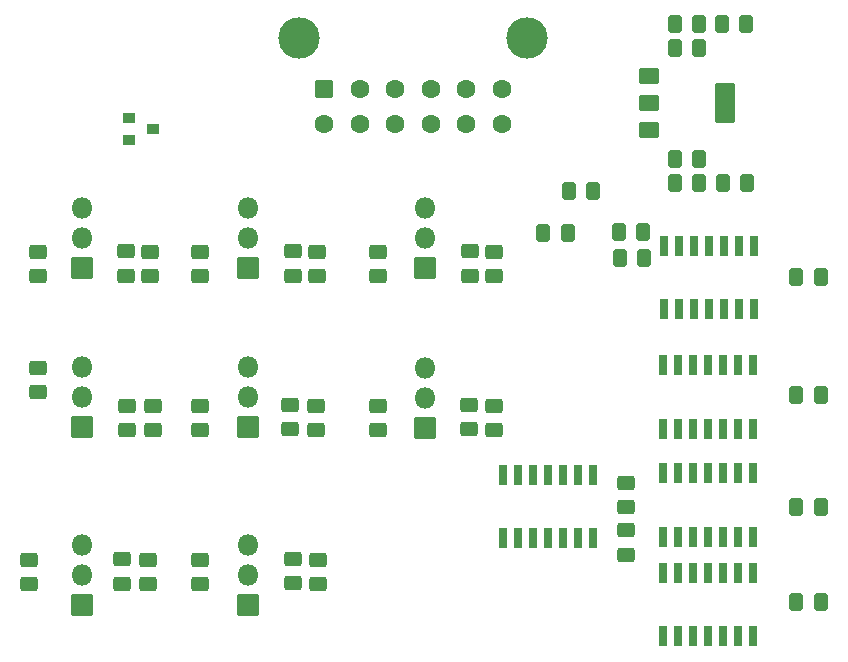
<source format=gts>
G04 #@! TF.GenerationSoftware,KiCad,Pcbnew,(6.0.2)*
G04 #@! TF.CreationDate,2022-05-01T22:12:54+09:30*
G04 #@! TF.ProjectId,BSPD,42535044-2e6b-4696-9361-645f70636258,4*
G04 #@! TF.SameCoordinates,Original*
G04 #@! TF.FileFunction,Soldermask,Top*
G04 #@! TF.FilePolarity,Negative*
%FSLAX46Y46*%
G04 Gerber Fmt 4.6, Leading zero omitted, Abs format (unit mm)*
G04 Created by KiCad (PCBNEW (6.0.2)) date 2022-05-01 22:12:54*
%MOMM*%
%LPD*%
G01*
G04 APERTURE LIST*
G04 Aperture macros list*
%AMRoundRect*
0 Rectangle with rounded corners*
0 $1 Rounding radius*
0 $2 $3 $4 $5 $6 $7 $8 $9 X,Y pos of 4 corners*
0 Add a 4 corners polygon primitive as box body*
4,1,4,$2,$3,$4,$5,$6,$7,$8,$9,$2,$3,0*
0 Add four circle primitives for the rounded corners*
1,1,$1+$1,$2,$3*
1,1,$1+$1,$4,$5*
1,1,$1+$1,$6,$7*
1,1,$1+$1,$8,$9*
0 Add four rect primitives between the rounded corners*
20,1,$1+$1,$2,$3,$4,$5,0*
20,1,$1+$1,$4,$5,$6,$7,0*
20,1,$1+$1,$6,$7,$8,$9,0*
20,1,$1+$1,$8,$9,$2,$3,0*%
G04 Aperture macros list end*
%ADD10RoundRect,0.300550X-0.325450X-0.450450X0.325450X-0.450450X0.325450X0.450450X-0.325450X0.450450X0*%
%ADD11RoundRect,0.301000X-0.325000X-0.450000X0.325000X-0.450000X0.325000X0.450000X-0.325000X0.450000X0*%
%ADD12RoundRect,0.300550X0.450450X-0.325450X0.450450X0.325450X-0.450450X0.325450X-0.450450X-0.325450X0*%
%ADD13RoundRect,0.301000X0.450000X-0.325000X0.450000X0.325000X-0.450000X0.325000X-0.450000X-0.325000X0*%
%ADD14RoundRect,0.051000X0.450000X-0.400000X0.450000X0.400000X-0.450000X0.400000X-0.450000X-0.400000X0*%
%ADD15RoundRect,0.301000X-0.450000X0.325000X-0.450000X-0.325000X0.450000X-0.325000X0.450000X0.325000X0*%
%ADD16RoundRect,0.051000X0.800000X-0.600000X0.800000X0.600000X-0.800000X0.600000X-0.800000X-0.600000X0*%
%ADD17RoundRect,0.051000X-0.800000X-1.650000X0.800000X-1.650000X0.800000X1.650000X-0.800000X1.650000X0*%
%ADD18RoundRect,0.051000X0.300000X0.775000X-0.300000X0.775000X-0.300000X-0.775000X0.300000X-0.775000X0*%
%ADD19RoundRect,0.301000X0.325000X0.450000X-0.325000X0.450000X-0.325000X-0.450000X0.325000X-0.450000X0*%
%ADD20RoundRect,0.051000X0.850000X0.850000X-0.850000X0.850000X-0.850000X-0.850000X0.850000X-0.850000X0*%
%ADD21O,1.802000X1.802000*%
%ADD22RoundRect,0.301001X-0.499999X-0.499999X0.499999X-0.499999X0.499999X0.499999X-0.499999X0.499999X0*%
%ADD23C,1.602000*%
%ADD24C,3.512000*%
G04 APERTURE END LIST*
D10*
X169475000Y-107500000D03*
D11*
X171525000Y-107500000D03*
D10*
X169475000Y-90000000D03*
D11*
X171525000Y-90000000D03*
D10*
X169475000Y-99500000D03*
D11*
X171525000Y-99500000D03*
D10*
X169475000Y-80000000D03*
D11*
X171525000Y-80000000D03*
D10*
X159175000Y-60600000D03*
D11*
X161225000Y-60600000D03*
D10*
X159175000Y-70000000D03*
D11*
X161225000Y-70000000D03*
D12*
X155000000Y-99525000D03*
D13*
X155000000Y-97475000D03*
D14*
X113000000Y-66550000D03*
X113000000Y-68450000D03*
X115000000Y-67500000D03*
D13*
X155000000Y-103525000D03*
X155000000Y-101475000D03*
D15*
X104500000Y-103950000D03*
X104500000Y-106000000D03*
X119000000Y-90900000D03*
X119000000Y-92950000D03*
D13*
X119000000Y-106025000D03*
X119000000Y-103975000D03*
D15*
X105250000Y-87725000D03*
X105250000Y-89775000D03*
X119000000Y-77900000D03*
X119000000Y-79950000D03*
X134000000Y-77900000D03*
X134000000Y-79950000D03*
D16*
X157000000Y-63000000D03*
D17*
X163400000Y-65300000D03*
D16*
X157000000Y-65300000D03*
X157000000Y-67600000D03*
D18*
X165810000Y-87500000D03*
X164540000Y-87500000D03*
X163270000Y-87500000D03*
X162000000Y-87500000D03*
X160730000Y-87500000D03*
X159460000Y-87500000D03*
X158190000Y-87500000D03*
X158190000Y-92900000D03*
X159460000Y-92900000D03*
X160730000Y-92900000D03*
X162000000Y-92900000D03*
X163270000Y-92900000D03*
X164540000Y-92900000D03*
X165810000Y-92900000D03*
X165810000Y-96600000D03*
X164540000Y-96600000D03*
X163270000Y-96600000D03*
X162000000Y-96600000D03*
X160730000Y-96600000D03*
X159460000Y-96600000D03*
X158190000Y-96600000D03*
X158190000Y-102000000D03*
X159460000Y-102000000D03*
X160730000Y-102000000D03*
X162000000Y-102000000D03*
X163270000Y-102000000D03*
X164540000Y-102000000D03*
X165810000Y-102000000D03*
X165810000Y-105050000D03*
X164540000Y-105050000D03*
X163270000Y-105050000D03*
X162000000Y-105050000D03*
X160730000Y-105050000D03*
X159460000Y-105050000D03*
X158190000Y-105050000D03*
X158190000Y-110450000D03*
X159460000Y-110450000D03*
X160730000Y-110450000D03*
X162000000Y-110450000D03*
X163270000Y-110450000D03*
X164540000Y-110450000D03*
X165810000Y-110450000D03*
D11*
X150225000Y-72750000D03*
X152275000Y-72750000D03*
D15*
X105230000Y-77900000D03*
X105230000Y-79950000D03*
X134000000Y-90900000D03*
X134000000Y-92950000D03*
D13*
X126555000Y-92905000D03*
X126555000Y-90855000D03*
X141755000Y-92905000D03*
X141755000Y-90855000D03*
X143855000Y-92950000D03*
X143855000Y-90900000D03*
X128755000Y-92950000D03*
X128755000Y-90900000D03*
X126855000Y-105955000D03*
X126855000Y-103905000D03*
X126855000Y-79905000D03*
X126855000Y-77855000D03*
X128955000Y-106000000D03*
X128955000Y-103950000D03*
X128905000Y-79950000D03*
X128905000Y-77900000D03*
X112730000Y-79905000D03*
X112730000Y-77855000D03*
X141830000Y-79905000D03*
X141830000Y-77855000D03*
X114780000Y-79950000D03*
X114780000Y-77900000D03*
X143905000Y-79950000D03*
X143905000Y-77900000D03*
X112830000Y-92950000D03*
X112830000Y-90900000D03*
X114980000Y-92950000D03*
X114980000Y-90900000D03*
X112405000Y-105975000D03*
X112405000Y-103925000D03*
X114605000Y-106000000D03*
X114605000Y-103950000D03*
D18*
X165865000Y-77350000D03*
X164595000Y-77350000D03*
X163325000Y-77350000D03*
X162055000Y-77350000D03*
X160785000Y-77350000D03*
X159515000Y-77350000D03*
X158245000Y-77350000D03*
X158245000Y-82750000D03*
X159515000Y-82750000D03*
X160785000Y-82750000D03*
X162055000Y-82750000D03*
X163325000Y-82750000D03*
X164595000Y-82750000D03*
X165865000Y-82750000D03*
D19*
X165280000Y-72075000D03*
X163230000Y-72075000D03*
D11*
X159180000Y-72050000D03*
X161230000Y-72050000D03*
D19*
X165180000Y-58600000D03*
X163130000Y-58600000D03*
D18*
X152265000Y-96750000D03*
X150995000Y-96750000D03*
X149725000Y-96750000D03*
X148455000Y-96750000D03*
X147185000Y-96750000D03*
X145915000Y-96750000D03*
X144645000Y-96750000D03*
X144645000Y-102150000D03*
X145915000Y-102150000D03*
X147185000Y-102150000D03*
X148455000Y-102150000D03*
X149725000Y-102150000D03*
X150995000Y-102150000D03*
X152265000Y-102150000D03*
D11*
X159205000Y-58600000D03*
X161255000Y-58600000D03*
X148050000Y-76250000D03*
X150100000Y-76250000D03*
D19*
X156550000Y-78400000D03*
X154500000Y-78400000D03*
D11*
X154450000Y-76200000D03*
X156500000Y-76200000D03*
D20*
X123000000Y-92750000D03*
D21*
X123000000Y-90210000D03*
X123000000Y-87670000D03*
D20*
X138000000Y-92790000D03*
D21*
X138000000Y-90250000D03*
X138000000Y-87710000D03*
D20*
X109000000Y-92750000D03*
D21*
X109000000Y-90210000D03*
X109000000Y-87670000D03*
D20*
X123000000Y-79250000D03*
D21*
X123000000Y-76710000D03*
X123000000Y-74170000D03*
D20*
X109000000Y-79250000D03*
D21*
X109000000Y-76710000D03*
X109000000Y-74170000D03*
D20*
X123000000Y-107750000D03*
D21*
X123000000Y-105210000D03*
X123000000Y-102670000D03*
D20*
X109000000Y-107750000D03*
D21*
X109000000Y-105210000D03*
X109000000Y-102670000D03*
D20*
X138000000Y-79250000D03*
D21*
X138000000Y-76710000D03*
X138000000Y-74170000D03*
D22*
X129500000Y-64085000D03*
D23*
X132500000Y-64085000D03*
X135500000Y-64085000D03*
X138500000Y-64085000D03*
X141500000Y-64085000D03*
X144500000Y-64085000D03*
X129500000Y-67085000D03*
X132500000Y-67085000D03*
X135500000Y-67085000D03*
X138500000Y-67085000D03*
X141500000Y-67085000D03*
X144500000Y-67085000D03*
D24*
X146650000Y-59765000D03*
X127350000Y-59765000D03*
M02*

</source>
